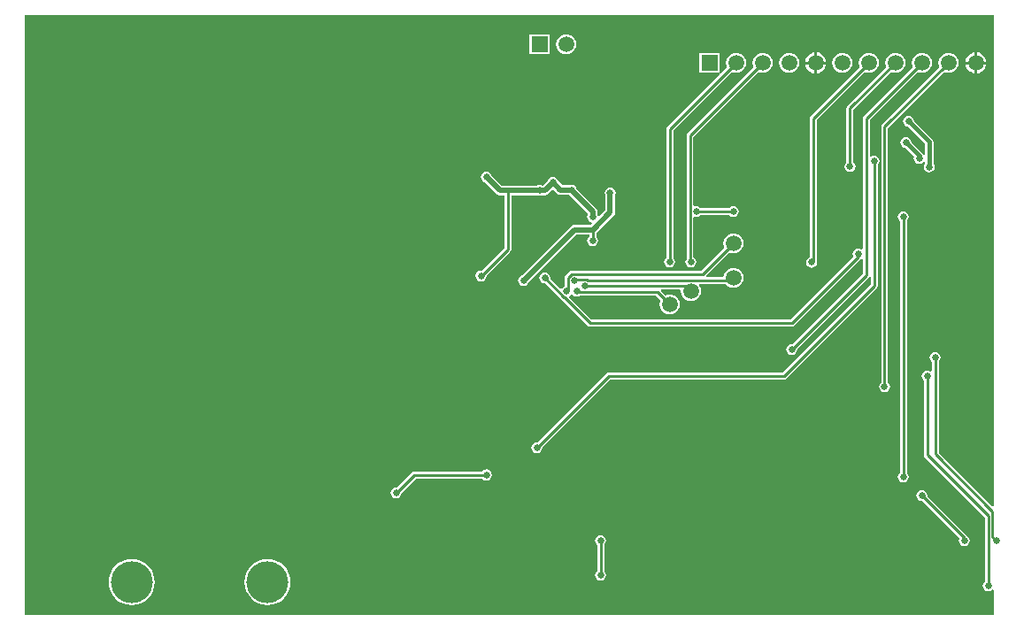
<source format=gbl>
G04 Layer_Physical_Order=2*
G04 Layer_Color=16711680*
%FSLAX24Y24*%
%MOIN*%
G70*
G01*
G75*
%ADD38C,0.0150*%
%ADD39C,0.0100*%
%ADD42C,0.0200*%
%ADD43C,0.1575*%
%ADD44C,0.0591*%
%ADD45R,0.0591X0.0591*%
%ADD46C,0.0250*%
G36*
X11700Y11300D02*
X11700Y-7191D01*
X11654Y-7211D01*
X9633Y-5189D01*
Y-1758D01*
X9648Y-1748D01*
X9693Y-1680D01*
X9709Y-1600D01*
X9693Y-1520D01*
X9648Y-1452D01*
X9580Y-1407D01*
X9500Y-1391D01*
X9420Y-1407D01*
X9352Y-1452D01*
X9307Y-1520D01*
X9291Y-1600D01*
X9307Y-1680D01*
X9352Y-1748D01*
X9367Y-1758D01*
Y-2105D01*
X9317Y-2132D01*
X9280Y-2107D01*
X9200Y-2091D01*
X9120Y-2107D01*
X9052Y-2152D01*
X9007Y-2220D01*
X8991Y-2300D01*
X9007Y-2380D01*
X9052Y-2448D01*
X9067Y-2458D01*
Y-5277D01*
X9078Y-5327D01*
X9106Y-5370D01*
X11367Y-7632D01*
Y-10042D01*
X11352Y-10052D01*
X11307Y-10120D01*
X11291Y-10200D01*
X11307Y-10280D01*
X11352Y-10348D01*
X11420Y-10393D01*
X11500Y-10409D01*
X11580Y-10393D01*
X11648Y-10348D01*
X11650Y-10345D01*
X11700Y-10360D01*
Y-11300D01*
X-24800Y-11300D01*
X-24800Y11300D01*
X11700Y11300D01*
D02*
G37*
%LPC*%
G36*
X8500Y7509D02*
X8420Y7493D01*
X8352Y7448D01*
X8307Y7380D01*
X8291Y7300D01*
X8307Y7220D01*
X8352Y7152D01*
X8420Y7107D01*
X8482Y7095D01*
X9120Y6457D01*
Y6062D01*
X9070Y6038D01*
X9047Y6056D01*
X9046Y6060D01*
X9012Y6112D01*
X8605Y6518D01*
X8593Y6580D01*
X8548Y6648D01*
X8480Y6693D01*
X8400Y6709D01*
X8320Y6693D01*
X8252Y6648D01*
X8207Y6580D01*
X8191Y6500D01*
X8207Y6420D01*
X8252Y6352D01*
X8320Y6307D01*
X8382Y6295D01*
X8705Y5971D01*
X8691Y5900D01*
X8707Y5820D01*
X8752Y5752D01*
X8820Y5707D01*
X8900Y5691D01*
X8980Y5707D01*
X9048Y5752D01*
X9070Y5785D01*
X9120Y5770D01*
Y5710D01*
X9085Y5658D01*
X9069Y5578D01*
X9085Y5498D01*
X9130Y5430D01*
X9198Y5385D01*
X9278Y5369D01*
X9358Y5385D01*
X9426Y5430D01*
X9471Y5498D01*
X9487Y5578D01*
X9471Y5658D01*
X9436Y5710D01*
Y6522D01*
X9424Y6583D01*
X9390Y6634D01*
X8705Y7318D01*
X8693Y7380D01*
X8648Y7448D01*
X8580Y7493D01*
X8500Y7509D01*
D02*
G37*
G36*
X-7400Y5409D02*
X-7480Y5393D01*
X-7548Y5348D01*
X-7593Y5280D01*
X-7609Y5200D01*
X-7593Y5120D01*
X-7548Y5052D01*
X-7480Y5007D01*
X-7463Y5004D01*
X-7030Y4570D01*
X-6970Y4530D01*
X-6900Y4516D01*
X-6733D01*
Y2529D01*
X-7582Y1679D01*
X-7600Y1683D01*
X-7680Y1667D01*
X-7748Y1621D01*
X-7793Y1554D01*
X-7809Y1474D01*
X-7793Y1394D01*
X-7748Y1326D01*
X-7680Y1281D01*
X-7600Y1265D01*
X-7520Y1281D01*
X-7452Y1326D01*
X-7407Y1394D01*
X-7391Y1474D01*
X-7395Y1492D01*
X-6506Y2380D01*
X-6478Y2423D01*
X-6467Y2474D01*
Y4516D01*
X-5494D01*
X-5480Y4507D01*
X-5400Y4491D01*
X-5320Y4507D01*
X-5306Y4516D01*
X-5200D01*
X-5130Y4530D01*
X-5070Y4570D01*
X-4900Y4740D01*
X-4738Y4578D01*
X-4678Y4538D01*
X-4608Y4524D01*
X-4294D01*
X-4280Y4515D01*
X-4263Y4511D01*
X-3584Y3832D01*
Y3794D01*
X-3593Y3780D01*
X-3609Y3700D01*
X-3593Y3620D01*
X-3548Y3552D01*
X-3480Y3507D01*
X-3445Y3500D01*
X-3429Y3446D01*
X-3476Y3399D01*
X-4085D01*
X-4155Y3385D01*
X-4215Y3345D01*
X-6063Y1496D01*
X-6080Y1493D01*
X-6148Y1448D01*
X-6193Y1380D01*
X-6209Y1300D01*
X-6193Y1220D01*
X-6148Y1152D01*
X-6080Y1107D01*
X-6000Y1091D01*
X-5920Y1107D01*
X-5852Y1152D01*
X-5807Y1220D01*
X-5804Y1237D01*
X-4009Y3031D01*
X-3533D01*
Y2958D01*
X-3548Y2948D01*
X-3593Y2880D01*
X-3609Y2800D01*
X-3593Y2720D01*
X-3548Y2652D01*
X-3480Y2607D01*
X-3400Y2591D01*
X-3320Y2607D01*
X-3252Y2652D01*
X-3207Y2720D01*
X-3191Y2800D01*
X-3207Y2880D01*
X-3252Y2948D01*
X-3267Y2958D01*
Y3088D01*
X-2606Y3749D01*
X-2567Y3809D01*
X-2553Y3879D01*
Y4506D01*
X-2543Y4520D01*
X-2527Y4600D01*
X-2543Y4680D01*
X-2588Y4748D01*
X-2656Y4793D01*
X-2736Y4809D01*
X-2816Y4793D01*
X-2884Y4748D01*
X-2929Y4680D01*
X-2945Y4600D01*
X-2929Y4520D01*
X-2920Y4506D01*
Y3955D01*
X-3146Y3729D01*
X-3200Y3745D01*
X-3207Y3780D01*
X-3216Y3794D01*
Y3908D01*
X-3230Y3978D01*
X-3270Y4038D01*
X-4004Y4771D01*
X-4007Y4788D01*
X-4052Y4856D01*
X-4120Y4901D01*
X-4200Y4917D01*
X-4280Y4901D01*
X-4294Y4891D01*
X-4532D01*
X-4704Y5063D01*
X-4707Y5080D01*
X-4752Y5148D01*
X-4820Y5193D01*
X-4900Y5209D01*
X-4980Y5193D01*
X-5048Y5148D01*
X-5093Y5080D01*
X-5096Y5063D01*
X-5276Y4884D01*
X-5306D01*
X-5320Y4893D01*
X-5400Y4909D01*
X-5480Y4893D01*
X-5494Y4884D01*
X-6824D01*
X-7204Y5263D01*
X-7207Y5280D01*
X-7252Y5348D01*
X-7320Y5393D01*
X-7400Y5409D01*
D02*
G37*
G36*
X2000Y9879D02*
X1902Y9866D01*
X1811Y9828D01*
X1732Y9768D01*
X1672Y9689D01*
X1634Y9598D01*
X1621Y9500D01*
X1634Y9402D01*
X1658Y9345D01*
X1417Y9104D01*
X1375Y9133D01*
X1375Y9171D01*
Y9875D01*
X625D01*
Y9125D01*
X1326D01*
X1367Y9125D01*
X1396Y9083D01*
X-594Y7094D01*
X-622Y7051D01*
X-633Y7000D01*
Y2158D01*
X-648Y2148D01*
X-693Y2080D01*
X-709Y2000D01*
X-693Y1920D01*
X-648Y1852D01*
X-580Y1807D01*
X-500Y1791D01*
X-420Y1807D01*
X-352Y1852D01*
X-307Y1920D01*
X-291Y2000D01*
X-307Y2080D01*
X-352Y2148D01*
X-367Y2158D01*
Y6945D01*
X1845Y9158D01*
X1902Y9134D01*
X2000Y9121D01*
X2098Y9134D01*
X2189Y9172D01*
X2268Y9232D01*
X2328Y9311D01*
X2366Y9402D01*
X2379Y9500D01*
X2366Y9598D01*
X2328Y9689D01*
X2268Y9768D01*
X2189Y9828D01*
X2098Y9866D01*
X2000Y9879D01*
D02*
G37*
G36*
X10989Y9450D02*
X10647D01*
X10654Y9397D01*
X10694Y9301D01*
X10757Y9218D01*
X10840Y9155D01*
X10936Y9115D01*
X10989Y9108D01*
Y9450D01*
D02*
G37*
G36*
X5392D02*
X5050D01*
Y9108D01*
X5103Y9115D01*
X5199Y9155D01*
X5282Y9218D01*
X5345Y9301D01*
X5385Y9397D01*
X5392Y9450D01*
D02*
G37*
G36*
X4950D02*
X4608D01*
X4615Y9397D01*
X4655Y9301D01*
X4718Y9218D01*
X4801Y9155D01*
X4897Y9115D01*
X4950Y9108D01*
Y9450D01*
D02*
G37*
G36*
X-3100Y-8291D02*
X-3180Y-8307D01*
X-3248Y-8352D01*
X-3293Y-8420D01*
X-3309Y-8500D01*
X-3293Y-8580D01*
X-3248Y-8648D01*
X-3233Y-8658D01*
Y-9642D01*
X-3248Y-9652D01*
X-3293Y-9720D01*
X-3309Y-9800D01*
X-3293Y-9880D01*
X-3248Y-9948D01*
X-3180Y-9993D01*
X-3100Y-10009D01*
X-3020Y-9993D01*
X-2952Y-9948D01*
X-2907Y-9880D01*
X-2891Y-9800D01*
X-2907Y-9720D01*
X-2952Y-9652D01*
X-2967Y-9642D01*
Y-8658D01*
X-2952Y-8648D01*
X-2907Y-8580D01*
X-2891Y-8500D01*
X-2907Y-8420D01*
X-2952Y-8352D01*
X-3020Y-8307D01*
X-3100Y-8291D01*
D02*
G37*
G36*
X-15641Y-9187D02*
X-15811Y-9204D01*
X-15974Y-9254D01*
X-16125Y-9334D01*
X-16257Y-9443D01*
X-16366Y-9575D01*
X-16446Y-9726D01*
X-16496Y-9889D01*
X-16513Y-10059D01*
X-16496Y-10229D01*
X-16446Y-10393D01*
X-16366Y-10543D01*
X-16257Y-10675D01*
X-16125Y-10784D01*
X-15974Y-10864D01*
X-15811Y-10914D01*
X-15641Y-10931D01*
X-15471Y-10914D01*
X-15307Y-10864D01*
X-15157Y-10784D01*
X-15025Y-10675D01*
X-14916Y-10543D01*
X-14836Y-10393D01*
X-14786Y-10229D01*
X-14769Y-10059D01*
X-14786Y-9889D01*
X-14836Y-9726D01*
X-14916Y-9575D01*
X-15025Y-9443D01*
X-15157Y-9334D01*
X-15307Y-9254D01*
X-15471Y-9204D01*
X-15641Y-9187D01*
D02*
G37*
G36*
X-20759D02*
X-20929Y-9204D01*
X-21093Y-9254D01*
X-21243Y-9334D01*
X-21375Y-9443D01*
X-21484Y-9575D01*
X-21564Y-9726D01*
X-21614Y-9889D01*
X-21631Y-10059D01*
X-21614Y-10229D01*
X-21564Y-10393D01*
X-21484Y-10543D01*
X-21375Y-10675D01*
X-21243Y-10784D01*
X-21093Y-10864D01*
X-20929Y-10914D01*
X-20759Y-10931D01*
X-20589Y-10914D01*
X-20426Y-10864D01*
X-20275Y-10784D01*
X-20143Y-10675D01*
X-20034Y-10543D01*
X-19954Y-10393D01*
X-19904Y-10229D01*
X-19887Y-10059D01*
X-19904Y-9889D01*
X-19954Y-9726D01*
X-20034Y-9575D01*
X-20143Y-9443D01*
X-20275Y-9334D01*
X-20426Y-9254D01*
X-20589Y-9204D01*
X-20759Y-9187D01*
D02*
G37*
G36*
X-7400Y-5814D02*
X-7480Y-5830D01*
X-7548Y-5875D01*
X-7558Y-5890D01*
X-10123D01*
X-10174Y-5900D01*
X-10217Y-5929D01*
X-10782Y-6495D01*
X-10800Y-6491D01*
X-10880Y-6507D01*
X-10948Y-6552D01*
X-10993Y-6620D01*
X-11009Y-6700D01*
X-10993Y-6780D01*
X-10948Y-6848D01*
X-10880Y-6893D01*
X-10800Y-6909D01*
X-10720Y-6893D01*
X-10652Y-6848D01*
X-10607Y-6780D01*
X-10591Y-6700D01*
X-10595Y-6682D01*
X-10068Y-6155D01*
X-7558D01*
X-7548Y-6171D01*
X-7480Y-6216D01*
X-7400Y-6232D01*
X-7320Y-6216D01*
X-7252Y-6171D01*
X-7207Y-6103D01*
X-7191Y-6023D01*
X-7207Y-5943D01*
X-7252Y-5875D01*
X-7320Y-5830D01*
X-7400Y-5814D01*
D02*
G37*
G36*
X8300Y3909D02*
X8220Y3893D01*
X8152Y3848D01*
X8107Y3780D01*
X8091Y3700D01*
X8107Y3620D01*
X8152Y3552D01*
X8167Y3542D01*
Y-5942D01*
X8152Y-5952D01*
X8107Y-6020D01*
X8091Y-6100D01*
X8107Y-6180D01*
X8152Y-6248D01*
X8220Y-6293D01*
X8300Y-6309D01*
X8380Y-6293D01*
X8448Y-6248D01*
X8493Y-6180D01*
X8509Y-6100D01*
X8493Y-6020D01*
X8448Y-5952D01*
X8433Y-5942D01*
Y3542D01*
X8448Y3552D01*
X8493Y3620D01*
X8509Y3700D01*
X8493Y3780D01*
X8448Y3848D01*
X8380Y3893D01*
X8300Y3909D01*
D02*
G37*
G36*
X9000Y-6591D02*
X8920Y-6607D01*
X8852Y-6652D01*
X8807Y-6720D01*
X8791Y-6800D01*
X8807Y-6880D01*
X8852Y-6948D01*
X8920Y-6993D01*
X9000Y-7009D01*
X9018Y-7005D01*
X10417Y-8405D01*
X10407Y-8420D01*
X10391Y-8500D01*
X10407Y-8580D01*
X10452Y-8648D01*
X10520Y-8693D01*
X10600Y-8709D01*
X10680Y-8693D01*
X10748Y-8648D01*
X10793Y-8580D01*
X10809Y-8500D01*
X10793Y-8420D01*
X10748Y-8352D01*
X10706Y-8324D01*
X10694Y-8306D01*
X9205Y-6818D01*
X9209Y-6800D01*
X9193Y-6720D01*
X9148Y-6652D01*
X9080Y-6607D01*
X9000Y-6591D01*
D02*
G37*
G36*
X11431Y9450D02*
X11089D01*
Y9108D01*
X11143Y9115D01*
X11239Y9155D01*
X11321Y9218D01*
X11385Y9301D01*
X11424Y9397D01*
X11431Y9450D01*
D02*
G37*
G36*
X10989Y9892D02*
X10936Y9885D01*
X10840Y9845D01*
X10757Y9782D01*
X10694Y9699D01*
X10654Y9603D01*
X10647Y9550D01*
X10989D01*
Y9892D01*
D02*
G37*
G36*
X5050D02*
Y9550D01*
X5392D01*
X5385Y9603D01*
X5345Y9699D01*
X5282Y9782D01*
X5199Y9845D01*
X5103Y9885D01*
X5050Y9892D01*
D02*
G37*
G36*
X4950D02*
X4897Y9885D01*
X4801Y9845D01*
X4718Y9782D01*
X4655Y9699D01*
X4615Y9603D01*
X4608Y9550D01*
X4950D01*
Y9892D01*
D02*
G37*
G36*
X-5025Y10575D02*
X-5775D01*
Y9825D01*
X-5025D01*
Y10575D01*
D02*
G37*
G36*
X-4400Y10579D02*
X-4498Y10566D01*
X-4589Y10528D01*
X-4668Y10468D01*
X-4728Y10389D01*
X-4766Y10298D01*
X-4778Y10200D01*
X-4766Y10102D01*
X-4728Y10011D01*
X-4668Y9932D01*
X-4589Y9872D01*
X-4498Y9834D01*
X-4400Y9821D01*
X-4302Y9834D01*
X-4211Y9872D01*
X-4132Y9932D01*
X-4072Y10011D01*
X-4034Y10102D01*
X-4021Y10200D01*
X-4034Y10298D01*
X-4072Y10389D01*
X-4132Y10468D01*
X-4211Y10528D01*
X-4302Y10566D01*
X-4400Y10579D01*
D02*
G37*
G36*
X11089Y9892D02*
Y9550D01*
X11431D01*
X11424Y9603D01*
X11385Y9699D01*
X11321Y9782D01*
X11239Y9845D01*
X11143Y9885D01*
X11089Y9892D01*
D02*
G37*
G36*
X10000Y9879D02*
X9902Y9866D01*
X9811Y9828D01*
X9732Y9768D01*
X9672Y9689D01*
X9634Y9598D01*
X9621Y9500D01*
X9634Y9402D01*
X9658Y9345D01*
X7505Y7192D01*
X7476Y7149D01*
X7466Y7098D01*
Y-2540D01*
X7451Y-2551D01*
X7405Y-2618D01*
X7389Y-2698D01*
X7405Y-2778D01*
X7451Y-2846D01*
X7518Y-2892D01*
X7598Y-2907D01*
X7678Y-2892D01*
X7746Y-2846D01*
X7792Y-2778D01*
X7807Y-2698D01*
X7792Y-2618D01*
X7746Y-2551D01*
X7731Y-2540D01*
Y7044D01*
X9845Y9158D01*
X9902Y9134D01*
X10000Y9121D01*
X10098Y9134D01*
X10189Y9172D01*
X10268Y9232D01*
X10328Y9311D01*
X10366Y9402D01*
X10379Y9500D01*
X10366Y9598D01*
X10328Y9689D01*
X10268Y9768D01*
X10189Y9828D01*
X10098Y9866D01*
X10000Y9879D01*
D02*
G37*
G36*
X6000D02*
X5902Y9866D01*
X5811Y9828D01*
X5732Y9768D01*
X5672Y9689D01*
X5634Y9598D01*
X5621Y9500D01*
X5634Y9402D01*
X5672Y9311D01*
X5732Y9232D01*
X5811Y9172D01*
X5902Y9134D01*
X6000Y9121D01*
X6098Y9134D01*
X6189Y9172D01*
X6268Y9232D01*
X6328Y9311D01*
X6366Y9402D01*
X6379Y9500D01*
X6366Y9598D01*
X6328Y9689D01*
X6268Y9768D01*
X6189Y9828D01*
X6098Y9866D01*
X6000Y9879D01*
D02*
G37*
G36*
X4000D02*
X3902Y9866D01*
X3811Y9828D01*
X3732Y9768D01*
X3672Y9689D01*
X3634Y9598D01*
X3621Y9500D01*
X3634Y9402D01*
X3672Y9311D01*
X3732Y9232D01*
X3811Y9172D01*
X3902Y9134D01*
X4000Y9121D01*
X4098Y9134D01*
X4189Y9172D01*
X4268Y9232D01*
X4328Y9311D01*
X4366Y9402D01*
X4379Y9500D01*
X4366Y9598D01*
X4328Y9689D01*
X4268Y9768D01*
X4189Y9828D01*
X4098Y9866D01*
X4000Y9879D01*
D02*
G37*
G36*
X3000D02*
X2902Y9866D01*
X2811Y9828D01*
X2732Y9768D01*
X2672Y9689D01*
X2634Y9598D01*
X2621Y9500D01*
X2634Y9402D01*
X2658Y9345D01*
X171Y6859D01*
X143Y6816D01*
X132Y6765D01*
Y2118D01*
X107Y2080D01*
X91Y2000D01*
X107Y1920D01*
X152Y1852D01*
X220Y1807D01*
X300Y1791D01*
X380Y1807D01*
X448Y1852D01*
X493Y1920D01*
X509Y2000D01*
X493Y2080D01*
X448Y2148D01*
X398Y2181D01*
Y3666D01*
X448Y3701D01*
X500Y3691D01*
X580Y3707D01*
X648Y3752D01*
X658Y3767D01*
X1742D01*
X1752Y3752D01*
X1820Y3707D01*
X1900Y3691D01*
X1980Y3707D01*
X2048Y3752D01*
X2093Y3820D01*
X2109Y3900D01*
X2093Y3980D01*
X2048Y4048D01*
X1980Y4093D01*
X1900Y4109D01*
X1820Y4093D01*
X1752Y4048D01*
X1742Y4033D01*
X658D01*
X648Y4048D01*
X580Y4093D01*
X500Y4109D01*
X448Y4099D01*
X398Y4134D01*
Y6710D01*
X2845Y9158D01*
X2902Y9134D01*
X3000Y9121D01*
X3098Y9134D01*
X3189Y9172D01*
X3268Y9232D01*
X3328Y9311D01*
X3366Y9402D01*
X3379Y9500D01*
X3366Y9598D01*
X3328Y9689D01*
X3268Y9768D01*
X3189Y9828D01*
X3098Y9866D01*
X3000Y9879D01*
D02*
G37*
G36*
X9000D02*
X8902Y9866D01*
X8811Y9828D01*
X8732Y9768D01*
X8672Y9689D01*
X8634Y9598D01*
X8621Y9500D01*
X8634Y9402D01*
X8658Y9345D01*
X6806Y7494D01*
X6778Y7451D01*
X6767Y7400D01*
Y2495D01*
X6717Y2468D01*
X6680Y2493D01*
X6600Y2509D01*
X6520Y2493D01*
X6452Y2448D01*
X6407Y2380D01*
X6391Y2300D01*
X6407Y2220D01*
X6417Y2205D01*
X4045Y-167D01*
X-3445D01*
X-4276Y663D01*
X-4267Y725D01*
X-4226Y752D01*
X-4212Y773D01*
X-4162D01*
X-4148Y752D01*
X-4080Y707D01*
X-4000Y691D01*
X-3920Y707D01*
X-3882Y732D01*
X-1020D01*
X-842Y555D01*
X-866Y498D01*
X-879Y400D01*
X-866Y302D01*
X-828Y211D01*
X-768Y132D01*
X-689Y72D01*
X-598Y34D01*
X-500Y21D01*
X-402Y34D01*
X-311Y72D01*
X-232Y132D01*
X-172Y211D01*
X-134Y302D01*
X-121Y400D01*
X-134Y498D01*
X-172Y589D01*
X-232Y668D01*
X-311Y728D01*
X-402Y766D01*
X-500Y779D01*
X-598Y766D01*
X-655Y742D01*
X-830Y917D01*
X-809Y967D01*
X-108D01*
X-75Y930D01*
X-79Y900D01*
X-66Y802D01*
X-28Y711D01*
X32Y632D01*
X111Y572D01*
X202Y534D01*
X300Y521D01*
X398Y534D01*
X489Y572D01*
X568Y632D01*
X628Y711D01*
X666Y802D01*
X679Y900D01*
X666Y998D01*
X628Y1089D01*
X602Y1123D01*
X627Y1173D01*
X1601D01*
X1632Y1132D01*
X1711Y1072D01*
X1802Y1034D01*
X1900Y1021D01*
X1998Y1034D01*
X2089Y1072D01*
X2168Y1132D01*
X2228Y1211D01*
X2266Y1302D01*
X2279Y1400D01*
X2266Y1498D01*
X2228Y1589D01*
X2168Y1668D01*
X2089Y1728D01*
X1998Y1766D01*
X1900Y1779D01*
X1802Y1766D01*
X1711Y1728D01*
X1632Y1668D01*
X1572Y1589D01*
X1534Y1498D01*
X1526Y1438D01*
X896D01*
X875Y1488D01*
X1745Y2358D01*
X1802Y2334D01*
X1900Y2321D01*
X1998Y2334D01*
X2089Y2372D01*
X2168Y2432D01*
X2228Y2511D01*
X2266Y2602D01*
X2279Y2700D01*
X2266Y2798D01*
X2228Y2889D01*
X2168Y2968D01*
X2089Y3028D01*
X1998Y3066D01*
X1900Y3079D01*
X1802Y3066D01*
X1711Y3028D01*
X1632Y2968D01*
X1572Y2889D01*
X1534Y2798D01*
X1521Y2700D01*
X1534Y2602D01*
X1558Y2545D01*
X685Y1673D01*
X-4192D01*
X-4243Y1663D01*
X-4286Y1634D01*
X-4423Y1496D01*
X-4452Y1453D01*
X-4462Y1403D01*
Y1087D01*
X-4521Y1048D01*
X-4551Y1003D01*
X-4611Y993D01*
X-4996Y1377D01*
X-4991Y1400D01*
X-5007Y1480D01*
X-5052Y1548D01*
X-5120Y1593D01*
X-5200Y1609D01*
X-5280Y1593D01*
X-5348Y1548D01*
X-5393Y1480D01*
X-5409Y1400D01*
X-5393Y1320D01*
X-5348Y1252D01*
X-5280Y1207D01*
X-5200Y1191D01*
X-5187Y1194D01*
X-4565Y571D01*
X-4547Y559D01*
X-3594Y-394D01*
X-3551Y-422D01*
X-3500Y-433D01*
X4100D01*
X4151Y-422D01*
X4194Y-394D01*
X6694Y2106D01*
X6706Y2124D01*
X6717Y2132D01*
X6767Y2105D01*
Y1555D01*
X4118Y-1095D01*
X4100Y-1091D01*
X4020Y-1107D01*
X3952Y-1152D01*
X3907Y-1220D01*
X3891Y-1300D01*
X3907Y-1380D01*
X3952Y-1448D01*
X4020Y-1493D01*
X4100Y-1509D01*
X4180Y-1493D01*
X4248Y-1448D01*
X4293Y-1380D01*
X4309Y-1300D01*
X4305Y-1282D01*
X6994Y1406D01*
X7017Y1442D01*
X7049Y1440D01*
X7067Y1433D01*
Y1155D01*
X3745Y-2167D01*
X-2800D01*
X-2851Y-2178D01*
X-2894Y-2206D01*
X-5482Y-4795D01*
X-5500Y-4791D01*
X-5580Y-4807D01*
X-5648Y-4852D01*
X-5693Y-4920D01*
X-5709Y-5000D01*
X-5693Y-5080D01*
X-5648Y-5148D01*
X-5580Y-5193D01*
X-5500Y-5209D01*
X-5420Y-5193D01*
X-5352Y-5148D01*
X-5307Y-5080D01*
X-5291Y-5000D01*
X-5295Y-4982D01*
X-2745Y-2433D01*
X3800D01*
X3851Y-2422D01*
X3894Y-2394D01*
X7294Y1006D01*
X7322Y1049D01*
X7333Y1100D01*
Y5642D01*
X7348Y5652D01*
X7393Y5720D01*
X7409Y5800D01*
X7393Y5880D01*
X7348Y5948D01*
X7280Y5993D01*
X7200Y6009D01*
X7120Y5993D01*
X7083Y5968D01*
X7033Y5995D01*
Y7345D01*
X8845Y9158D01*
X8902Y9134D01*
X9000Y9121D01*
X9098Y9134D01*
X9189Y9172D01*
X9268Y9232D01*
X9328Y9311D01*
X9366Y9402D01*
X9379Y9500D01*
X9366Y9598D01*
X9328Y9689D01*
X9268Y9768D01*
X9189Y9828D01*
X9098Y9866D01*
X9000Y9879D01*
D02*
G37*
G36*
X8000D02*
X7902Y9866D01*
X7811Y9828D01*
X7732Y9768D01*
X7672Y9689D01*
X7634Y9598D01*
X7621Y9500D01*
X7634Y9402D01*
X7658Y9345D01*
X6200Y7888D01*
X6171Y7845D01*
X6161Y7794D01*
Y5752D01*
X6146Y5742D01*
X6101Y5674D01*
X6085Y5594D01*
X6101Y5514D01*
X6146Y5446D01*
X6214Y5401D01*
X6294Y5385D01*
X6374Y5401D01*
X6442Y5446D01*
X6487Y5514D01*
X6503Y5594D01*
X6487Y5674D01*
X6442Y5742D01*
X6426Y5752D01*
Y7739D01*
X7845Y9158D01*
X7902Y9134D01*
X8000Y9121D01*
X8098Y9134D01*
X8189Y9172D01*
X8268Y9232D01*
X8328Y9311D01*
X8366Y9402D01*
X8379Y9500D01*
X8366Y9598D01*
X8328Y9689D01*
X8268Y9768D01*
X8189Y9828D01*
X8098Y9866D01*
X8000Y9879D01*
D02*
G37*
G36*
X7000D02*
X6902Y9866D01*
X6811Y9828D01*
X6732Y9768D01*
X6672Y9689D01*
X6634Y9598D01*
X6621Y9500D01*
X6634Y9402D01*
X6658Y9345D01*
X4806Y7494D01*
X4778Y7451D01*
X4767Y7400D01*
Y2178D01*
X4703Y2134D01*
X4658Y2067D01*
X4642Y1987D01*
X4658Y1907D01*
X4703Y1839D01*
X4771Y1794D01*
X4851Y1778D01*
X4931Y1794D01*
X4998Y1839D01*
X5044Y1907D01*
X5060Y1987D01*
X5044Y2067D01*
X5033Y2083D01*
Y7345D01*
X6845Y9158D01*
X6902Y9134D01*
X7000Y9121D01*
X7098Y9134D01*
X7189Y9172D01*
X7268Y9232D01*
X7328Y9311D01*
X7366Y9402D01*
X7379Y9500D01*
X7366Y9598D01*
X7328Y9689D01*
X7268Y9768D01*
X7189Y9828D01*
X7098Y9866D01*
X7000Y9879D01*
D02*
G37*
%LPD*%
D38*
X8400Y6500D02*
X8900Y6000D01*
X9278Y5578D02*
Y6522D01*
X8500Y7300D02*
X9278Y6522D01*
D39*
X-10123Y-6023D02*
X-7400D01*
X-10800Y-6700D02*
X-10123Y-6023D01*
X-3100Y-9800D02*
Y-8500D01*
X10600D02*
Y-8400D01*
X9000Y-6800D02*
X10600Y-8400D01*
X1805Y1305D02*
X1900Y1400D01*
X740Y1540D02*
X1900Y2700D01*
X-5200Y1394D02*
Y1400D01*
X-3500Y-300D02*
X4100D01*
X6600Y2200D01*
Y2300D01*
X-7600Y1474D02*
X-6600Y2474D01*
Y4700D01*
X8300Y-6100D02*
Y3700D01*
X7598Y-2698D02*
Y7098D01*
X4851Y1987D02*
X4900Y2036D01*
X4100Y-1300D02*
X6900Y1500D01*
X7598Y7098D02*
X10000Y9500D01*
X6900Y1500D02*
Y7400D01*
X9000Y9500D01*
X4900Y2036D02*
Y7400D01*
X7000Y9500D01*
X6294Y5594D02*
Y7794D01*
X8000Y9500D01*
X-500Y2000D02*
Y7000D01*
X2000Y9500D01*
X265Y2035D02*
X300Y2000D01*
X265Y6765D02*
X3000Y9500D01*
X11500Y-10200D02*
Y-7577D01*
X11660Y-8360D02*
X11800Y-8500D01*
X11660Y-8360D02*
Y-7404D01*
X9500Y-5244D02*
X11660Y-7404D01*
X9500Y-5244D02*
Y-1600D01*
X9200Y-5277D02*
X11500Y-7577D01*
X9200Y-5277D02*
Y-2300D01*
X265Y2035D02*
Y6765D01*
X500Y3900D02*
X1900D01*
X-5200Y1394D02*
X-4471Y665D01*
X-4465D01*
X-3500Y-300D01*
X-4374Y900D02*
X-4330Y944D01*
Y1403D01*
X-4095Y1305D02*
X-4065Y1335D01*
X100Y1100D02*
X300Y900D01*
X-4330Y1403D02*
X-4192Y1540D01*
X740D01*
X-4065Y1335D02*
X-3603D01*
X-3573Y1305D01*
X1805D01*
X-3700Y1100D02*
X100D01*
X-965Y865D02*
X-500Y400D01*
X-4000Y900D02*
X-3965Y865D01*
X-965D01*
X7200Y1100D02*
Y5800D01*
X-5500Y-5000D02*
X-2800Y-2300D01*
X3800D01*
X7200Y1100D01*
X-3400Y2800D02*
Y3215D01*
D42*
X-4900Y5000D02*
X-4608Y4708D01*
X-5200Y4700D02*
X-4900Y5000D01*
X-5400Y4700D02*
X-5200D01*
X-7400Y5200D02*
X-6900Y4700D01*
X-6600D01*
X-5400D01*
X-4608Y4708D02*
X-4200D01*
X-3400Y3908D01*
X-6000Y1300D02*
X-4085Y3215D01*
X-3400Y3700D02*
Y3908D01*
X-2736Y3879D02*
Y4600D01*
X-3400Y3215D02*
X-2736Y3879D01*
X-4085Y3215D02*
X-3400D01*
D43*
X-20759Y-10059D02*
D03*
X-15641D02*
D03*
D44*
X8000Y9500D02*
D03*
X6000D02*
D03*
X5000D02*
D03*
X4000D02*
D03*
X2000Y9500D02*
D03*
X3000Y9500D02*
D03*
X7000D02*
D03*
X9000D02*
D03*
X10000D02*
D03*
X11039D02*
D03*
X-4400Y10200D02*
D03*
X-500Y400D02*
D03*
X1900Y1400D02*
D03*
Y2700D02*
D03*
X300Y900D02*
D03*
D45*
X1000Y9500D02*
D03*
X-5400Y10200D02*
D03*
D46*
X5200Y-10000D02*
D03*
X0Y-7800D02*
D03*
X1500Y-7100D02*
D03*
X3300D02*
D03*
X4400Y-9200D02*
D03*
X-1300Y5600D02*
D03*
X-1200Y7100D02*
D03*
X-1100Y2600D02*
D03*
X6100Y3200D02*
D03*
X5800Y-3100D02*
D03*
Y-2400D02*
D03*
X4300Y-600D02*
D03*
X-8700Y-8700D02*
D03*
X-9400Y-9100D02*
D03*
X-9900Y-8300D02*
D03*
X-9300Y-7200D02*
D03*
X-7900Y4700D02*
D03*
X-4000Y6100D02*
D03*
X-7600Y8200D02*
D03*
X-2400D02*
D03*
X8400Y10800D02*
D03*
X6400D02*
D03*
X5400D02*
D03*
X2400D02*
D03*
X9400Y-6000D02*
D03*
X8200Y-7800D02*
D03*
X9400Y-10200D02*
D03*
X8400Y-9600D02*
D03*
X8000Y-10800D02*
D03*
X7000D02*
D03*
X6000D02*
D03*
X4000D02*
D03*
X2000D02*
D03*
X-200Y-11000D02*
D03*
X8400Y6500D02*
D03*
X11500Y-10200D02*
D03*
X11800Y-8500D02*
D03*
X-7400Y-6023D02*
D03*
X-10800Y-6700D02*
D03*
X-3100Y-9800D02*
D03*
Y-8500D02*
D03*
X9278Y5578D02*
D03*
X8500Y7300D02*
D03*
X8900Y5900D02*
D03*
X-7600Y1474D02*
D03*
X10600Y-8500D02*
D03*
X9000Y-6800D02*
D03*
X-5400Y4700D02*
D03*
X-4900Y5000D02*
D03*
X-4200Y4708D02*
D03*
X-7400Y5200D02*
D03*
X-5200Y1400D02*
D03*
X6600Y2300D02*
D03*
X1900Y3900D02*
D03*
X8300Y-6100D02*
D03*
Y3700D02*
D03*
X7598Y-2698D02*
D03*
X4851Y1987D02*
D03*
X4100Y-1300D02*
D03*
X6294Y5594D02*
D03*
X-500Y2000D02*
D03*
X300D02*
D03*
X9500Y-1600D02*
D03*
X9200Y-2300D02*
D03*
X500Y3900D02*
D03*
X-4374Y900D02*
D03*
X-4095Y1305D02*
D03*
X-3700Y1100D02*
D03*
X-4000Y900D02*
D03*
X-2736Y4600D02*
D03*
X-6000Y1300D02*
D03*
X7200Y5800D02*
D03*
X-5500Y-5000D02*
D03*
X-3400Y3700D02*
D03*
Y2800D02*
D03*
X11400Y-3800D02*
D03*
Y-2000D02*
D03*
Y0D02*
D03*
Y1500D02*
D03*
X10600Y-3800D02*
D03*
X10000Y-2000D02*
D03*
X8800Y-200D02*
D03*
X7950Y600D02*
D03*
X11400Y3000D02*
D03*
X10400Y3600D02*
D03*
X9400D02*
D03*
X8000Y3200D02*
D03*
X8800Y2000D02*
D03*
X7950Y-1650D02*
D03*
Y-600D02*
D03*
X7200Y100D02*
D03*
Y-1000D02*
D03*
X5450Y550D02*
D03*
X6100Y1200D02*
D03*
X5800Y-1000D02*
D03*
X4400Y-2400D02*
D03*
X7200D02*
D03*
X4000Y1600D02*
D03*
Y400D02*
D03*
X4200Y2300D02*
D03*
X2200Y2000D02*
D03*
X1400Y1000D02*
D03*
X2200Y800D02*
D03*
X7600Y-3800D02*
D03*
X6600D02*
D03*
X5600D02*
D03*
X4600D02*
D03*
X4000Y-3000D02*
D03*
X2000Y-1400D02*
D03*
X1400Y-773D02*
D03*
X2200Y3400D02*
D03*
X4400D02*
D03*
X2200Y4600D02*
D03*
X3200Y6200D02*
D03*
X2200Y6800D02*
D03*
X4200Y8600D02*
D03*
X11000Y8400D02*
D03*
X10400Y10800D02*
D03*
X4400D02*
D03*
X10000Y8200D02*
D03*
X9200Y7800D02*
D03*
X11400Y7600D02*
D03*
X5600Y6000D02*
D03*
X5800Y7600D02*
D03*
X11200Y-8200D02*
D03*
Y-8600D02*
D03*
X10800Y-8200D02*
D03*
X11400Y-6000D02*
D03*
Y-6600D02*
D03*
X10200Y-6800D02*
D03*
X10600Y-7200D02*
D03*
X-200Y-4000D02*
D03*
X0Y-4800D02*
D03*
Y-6000D02*
D03*
X2000Y-2700D02*
D03*
X200D02*
D03*
X-4200Y-4700D02*
D03*
X-3200Y-3400D02*
D03*
X-2100D02*
D03*
X-900D02*
D03*
X-4200Y-5900D02*
D03*
X-5200Y-4000D02*
D03*
X-3600Y-2400D02*
D03*
X-1000Y-2000D02*
D03*
X-200Y-800D02*
D03*
X-4900Y5800D02*
D03*
Y6900D02*
D03*
Y8700D02*
D03*
Y9600D02*
D03*
X-3000Y6800D02*
D03*
X-6000Y6000D02*
D03*
X-7200Y6800D02*
D03*
X0Y10800D02*
D03*
X-2000D02*
D03*
X-4000D02*
D03*
X-6000D02*
D03*
X-8000D02*
D03*
X-10000D02*
D03*
X-12000D02*
D03*
Y9000D02*
D03*
Y7200D02*
D03*
Y5400D02*
D03*
Y3600D02*
D03*
Y1800D02*
D03*
Y0D02*
D03*
Y-2000D02*
D03*
Y-3600D02*
D03*
Y-5400D02*
D03*
Y-9200D02*
D03*
Y-10800D02*
D03*
X-10000D02*
D03*
X-3400Y4500D02*
D03*
X-8000Y-10800D02*
D03*
X-6000Y-11000D02*
D03*
X-4000D02*
D03*
X-3000D02*
D03*
M02*

</source>
